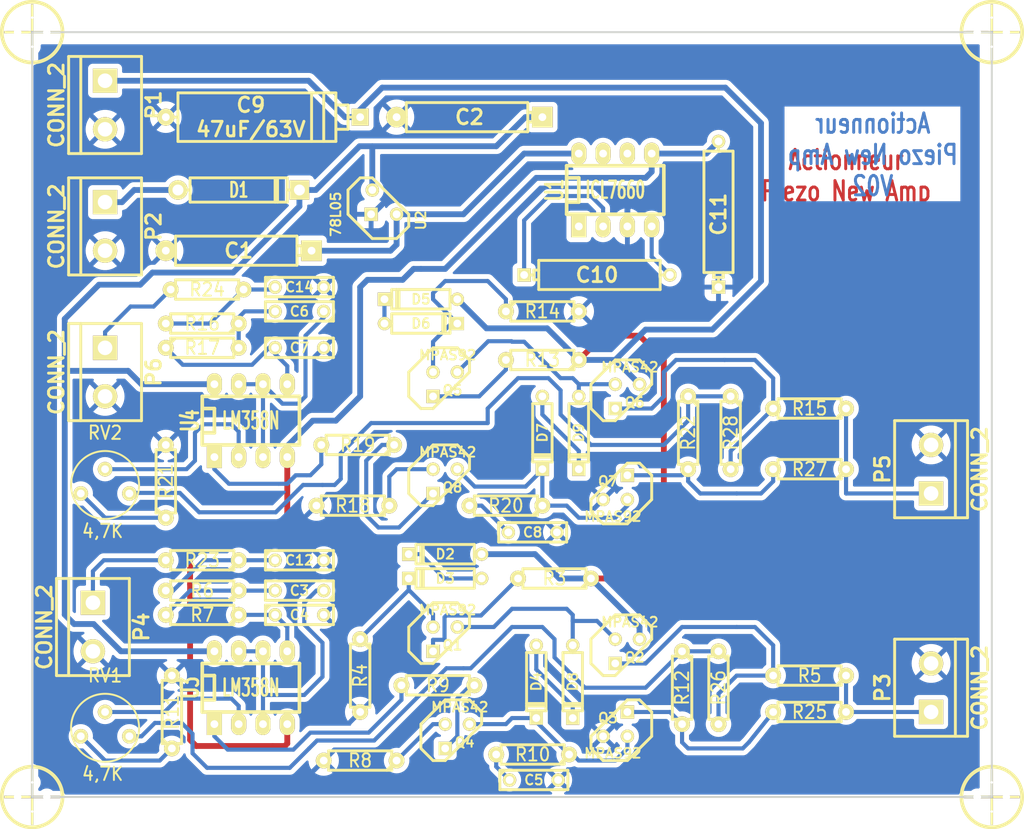
<source format=kicad_pcb>
(kicad_pcb (version 20221018) (generator pcbnew)
  (title_block (title "Actionneur_piezo"))
  (layers (0 "F.Cu" power "Composant") (31 "B.Cu" signal "Cuivre") (34 "B.Paste" user) (35 "F.Paste" user) (36 "B.SilkS" user "B.Silkscreen") (37 "F.SilkS" user "F.Silkscreen") (38 "B.Mask" user) (39 "F.Mask" user) (44 "Edge.Cuts" user))
  (net 0 "")
  (net 1 "+12V")
  (net 2 "-VAA")
  (net 3 "/12Vext")
  (net 4 "/ampli_h1")
  (net 5 "/ampli_h2")
  (net 6 "/ampli_h3")
  (net 7 "/ampli_h4")
  (net 8 "/ampli_h5")
  (net 9 "/ampli_h6")
  (net 10 "/ampli_h7")
  (net 11 "/ampli_h8")
  (net 12 "GND")
  (net 13 "HT")
  (net 14 "N-000005")
  (net 15 "N-000010")
  (net 16 "N-000011")
  (net 17 "N-000012")
  (net 18 "N-000013")
  (net 19 "N-000014")
  (net 20 "N-000015")
  (net 21 "N-000016")
  (net 22 "N-000017")
  (net 23 "N-000018")
  (net 24 "N-000019")
  (net 25 "N-000020")
  (net 26 "N-000021")
  (net 27 "N-000022")
  (net 28 "N-000023")
  (net 29 "N-000024")
  (net 30 "N-000025")
  (net 31 "N-000026")
  (net 32 "N-000027")
  (net 33 "N-000032")
  (net 34 "N-000033")
  (net 35 "N-000034")
  (net 36 "N-000035")
  (net 37 "N-000036")
  (net 38 "N-000037")
  (net 39 "N-000038")
  (net 40 "N-000039")
  (net 41 "N-000040")
  (net 42 "N-000041")
  (net 43 "N-000042")
  (net 44 "N-000043")
  (net 45 "N-000044")
  (net 46 "N-000045")
  (net 47 "N-000046")
  (net 48 "N-000047")
  (net 49 "N-000048")
  (net 50 "VCC")
  (footprint "bornier2" (layer "F.Cu") (at 95.885 59.436 -90)
    (fp_text reference "P1")
    (fp_text value "CONN_2")
  )
  (footprint "bornier2" (layer "F.Cu") (at 182.245 120.396 90)
    (fp_text reference "P3")
    (fp_text value "CONN_2")
  )
  (footprint "C2" (layer "F.Cu") (at 140.589 104.14)
    (fp_text reference "C8")
    (fp_text value "820pF" hide)
  )
  (footprint "C2" (layer "F.Cu") (at 116.205 112.776)
    (fp_text reference "C4")
    (fp_text value "4,7nF" hide)
  )
  (footprint "CP6" (layer "F.Cu") (at 133.985 60.706 180)
    (fp_text reference "C2")
    (fp_text value "47uF/20V" hide)
  )
  (footprint "CP8" (layer "F.Cu") (at 112.395 60.706 180)
    (fp_text reference "C9")
    (fp_text value "47uF/63V")
  )
  (footprint "C2" (layer "F.Cu") (at 140.716 130.048)
    (fp_text reference "C5")
    (fp_text value "820pF" hide)
  )
  (footprint "C2" (layer "F.Cu") (at 116.205 110.236 180)
    (fp_text reference "C3")
    (fp_text value "15nF" hide)
  )
  (footprint "C2" (layer "F.Cu") (at 116.205 81.026 180)
    (fp_text reference "C6")
    (fp_text value "15nF" hide)
  )
  (footprint "CP6" (layer "F.Cu") (at 109.855 74.676 180)
    (fp_text reference "C1")
    (fp_text value "47uF" hide)
  )
  (footprint "C2" (layer "F.Cu") (at 116.205 84.836)
    (fp_text reference "C7")
    (fp_text value "4,7nF" hide)
  )
  (footprint "D3" (layer "F.Cu") (at 128.905 82.296)
    (fp_text reference "D6")
    (fp_text value "1N4148" hide)
  )
  (footprint "D3" (layer "F.Cu") (at 140.97 119.761 -90)
    (fp_text reference "D4")
    (fp_text value "1N4148" hide)
  )
  (footprint "D3" (layer "F.Cu") (at 131.445 108.966 180)
    (fp_text reference "D3")
    (fp_text value "1N4148" hide)
  )
  (footprint "D3" (layer "F.Cu") (at 131.445 106.426 180)
    (fp_text reference "D2")
    (fp_text value "1N4148" hide)
  )
  (footprint "D5" (layer "F.Cu") (at 109.855 68.326)
    (fp_text reference "D1")
    (fp_text value "1N4007" hide)
  )
  (footprint "D3" (layer "F.Cu") (at 141.605 93.726 -90)
    (fp_text reference "D7")
    (fp_text value "1N4148" hide)
  )
  (footprint "D3" (layer "F.Cu") (at 128.905 79.756 180)
    (fp_text reference "D5")
    (fp_text value "1N4148" hide)
  )
  (footprint "LM78LXX" (layer "F.Cu") (at 125.095 69.596 90)
    (fp_text reference "U2")
    (fp_text value "78L05")
  )
  (footprint "R3-LARGE_PADS" (layer "F.Cu") (at 156.21 120.396 -90)
    (fp_text reference "R12")
    (fp_text value "220K" hide)
  )
  (footprint "R3-LARGE_PADS" (layer "F.Cu") (at 106.045 84.836)
    (fp_text reference "R17")
    (fp_text value "22K" hide)
  )
  (footprint "R3-LARGE_PADS" (layer "F.Cu") (at 142.875 108.966 180)
    (fp_text reference "R3")
    (fp_text value "470" hide)
  )
  (footprint "R3-LARGE_PADS" (layer "F.Cu") (at 121.793 101.346 180)
    (fp_text reference "R18")
    (fp_text value "1K" hide)
  )
  (footprint "R3-LARGE_PADS" (layer "F.Cu") (at 169.545 119.126 180)
    (fp_text reference "R5")
    (fp_text value "47" hide)
  )
  (footprint "R3-LARGE_PADS" (layer "F.Cu") (at 122.555 128.016 180)
    (fp_text reference "R8")
    (fp_text value "1K" hide)
  )
  (footprint "R3-LARGE_PADS" (layer "F.Cu") (at 141.605 86.106 180)
    (fp_text reference "R13")
    (fp_text value "470" hide)
  )
  (footprint "R3-LARGE_PADS" (layer "F.Cu") (at 156.845 93.726 -90)
    (fp_text reference "R22")
    (fp_text value "220K" hide)
  )
  (footprint "R3-LARGE_PADS" (layer "F.Cu") (at 102.87 122.936 90)
    (fp_text reference "R11")
    (fp_text value "4,7K" hide)
  )
  (footprint "R3-LARGE_PADS" (layer "F.Cu") (at 106.045 110.236 180)
    (fp_text reference "R6")
    (fp_text value "22K" hide)
  )
  (footprint "R3-LARGE_PADS" (layer "F.Cu") (at 102.235 98.806 90)
    (fp_text reference "R21")
    (fp_text value "4,7K" hide)
  )
  (footprint "R3-LARGE_PADS" (layer "F.Cu") (at 106.045 82.296 180)
    (fp_text reference "R16")
    (fp_text value "22K" hide)
  )
  (footprint "R3-LARGE_PADS" (layer "F.Cu") (at 122.301 94.996 180)
    (fp_text reference "R19")
    (fp_text value "1K" hide)
  )
  (footprint "R3-LARGE_PADS" (layer "F.Cu") (at 140.589 127.381 180)
    (fp_text reference "R10")
    (fp_text value "5,6K" hide)
  )
  (footprint "R3-LARGE_PADS" (layer "F.Cu") (at 137.795 101.346 180)
    (fp_text reference "R20")
    (fp_text value "5,6K" hide)
  )
  (footprint "R3-LARGE_PADS" (layer "F.Cu") (at 122.555 119.126 -90)
    (fp_text reference "R4")
    (fp_text value "220K" hide)
  )
  (footprint "R3-LARGE_PADS" (layer "F.Cu") (at 106.045 112.776 180)
    (fp_text reference "R7")
    (fp_text value "22K" hide)
  )
  (footprint "TO92-CBE" (layer "F.Cu") (at 149.225 124.206 180)
    (fp_text reference "Q3")
    (fp_text value "MPAS92")
  )
  (footprint "TO92-CBE" (layer "F.Cu") (at 131.445 88.646)
    (fp_text reference "Q5")
    (fp_text value "MPAS92")
  )
  (footprint "TO92-CBE" (layer "F.Cu") (at 149.225 99.441 180)
    (fp_text reference "Q7")
    (fp_text value "MPAS92")
  )
  (footprint "TO92-CBE" (layer "F.Cu") (at 150.495 89.916)
    (fp_text reference "Q6")
    (fp_text value "MPAS42")
  )
  (footprint "TO92-CBE" (layer "F.Cu") (at 131.445 115.316)
    (fp_text reference "Q1")
    (fp_text value "MPAS92")
  )
  (footprint "TO92-CBE" (layer "F.Cu") (at 150.495 116.586)
    (fp_text reference "Q2")
    (fp_text value "MPAS42")
  )
  (footprint "TO92-CBE" (layer "F.Cu") (at 132.715 125.476)
    (fp_text reference "Q4")
    (fp_text value "MPAS42")
  )
  (footprint "TO92-CBE" (layer "F.Cu") (at 131.445 98.806)
    (fp_text reference "Q8")
    (fp_text value "MPAS42")
  )
  (footprint "bornier2" (layer "F.Cu") (at 95.885 72.136 -90)
    (fp_text reference "P2")
    (fp_text value "CONN_2")
  )
  (footprint "DIP-8__300_ELL" (layer "F.Cu") (at 149.225 68.326)
    (fp_text reference "U1")
    (fp_text value "ICL7660")
  )
  (footprint "DIP-8__300_ELL" (layer "F.Cu") (at 111.125 92.456)
    (fp_text reference "U4")
    (fp_text value "LM358N")
  )
  (footprint "bornier2" (layer "F.Cu") (at 94.615 114.046 -90)
    (fp_text reference "P4")
    (fp_text value "CONN_2")
  )
  (footprint "bornier2" (layer "F.Cu") (at 182.245 97.536 90)
    (fp_text reference "P5")
    (fp_text value "CONN_2")
  )
  (footprint "bornier2" (layer "F.Cu") (at 95.885 87.376 -90)
    (fp_text reference "P6")
    (fp_text value "CONN_2")
  )
  (footprint "DIP-8__300_ELL" (layer "F.Cu") (at 111.125 120.396)
    (fp_text reference "U3")
    (fp_text value "LM358N")
  )
  (footprint "R3-LARGE_PADS" (layer "F.Cu") (at 130.683 120.142 180)
    (fp_text reference "R9")
    (fp_text value "1K" hide)
  )
  (footprint "R3-LARGE_PADS" (layer "F.Cu") (at 169.545 91.186 180)
    (fp_text reference "R15")
    (fp_text value "47" hide)
  )
  (footprint "RV2" (layer "F.Cu") (at 95.885 124.206)
    (fp_text reference "RV1")
    (fp_text value "4,7K")
  )
  (footprint "RV2" (layer "F.Cu") (at 95.885 98.806)
    (fp_text reference "RV2")
    (fp_text value "4,7K")
  )
  (footprint "MIRE" (layer "F.Cu") (at 188.595 51.816)
    (fp_text reference "MIRE" hide)
    (fp_text value "*" hide)
  )
  (footprint "MIRE" (layer "F.Cu") (at 88.265 51.816)
    (fp_text reference "MIRE" hide)
    (fp_text value "*" hide)
  )
  (footprint "MIRE" (layer "F.Cu") (at 88.265 131.826)
    (fp_text reference "MIRE" hide)
    (fp_text value "*" hide)
  )
  (footprint "MIRE" (layer "F.Cu") (at 188.595 131.826)
    (fp_text reference "MIRE" hide)
    (fp_text value "*" hide)
  )
  (footprint "CP6" (layer "F.Cu") (at 147.32 77.216)
    (fp_text reference "C10")
    (fp_text value "10uF" hide)
  )
  (footprint "CP6" (layer "F.Cu") (at 160.02 70.866 90)
    (fp_text reference "C11")
    (fp_text value "10uF" hide)
  )
  (footprint "R3-LARGE_PADS" (layer "F.Cu") (at 141.605 81.026)
    (fp_text reference "R14")
    (fp_text value "220K" hide)
  )
  (footprint "C2" (layer "F.Cu") (at 116.205 78.486)
    (fp_text reference "C14")
    (fp_text value "150nF" hide)
  )
  (footprint "C2" (layer "F.Cu") (at 116.205 107.061)
    (fp_text reference "C12")
    (fp_text value "150nF" hide)
  )
  (footprint "R3-LARGE_PADS" (layer "F.Cu") (at 106.045 107.061 180)
    (fp_text reference "R23")
    (fp_text value "1K" hide)
  )
  (footprint "R3-LARGE_PADS" (layer "F.Cu") (at 106.553 78.74 180)
    (fp_text reference "R24")
    (fp_text value "1K" hide)
  )
  (footprint "D3" (layer "F.Cu") (at 145.415 93.726 -90)
    (fp_text reference "D9")
    (fp_text value "1N4148" hide)
  )
  (footprint "D3" (layer "F.Cu") (at 144.78 119.761 -90)
    (fp_text reference "D8")
    (fp_text value "1N4148" hide)
  )
  (footprint "R3-LARGE_PADS" (layer "F.Cu") (at 169.545 122.936 180)
    (fp_text reference "R25")
    (fp_text value "47" hide)
  )
  (footprint "R3-LARGE_PADS" (layer "F.Cu") (at 160.02 120.396 -90)
    (fp_text reference "R26")
    (fp_text value "220K" hide)
  )
  (footprint "R3-LARGE_PADS" (layer "F.Cu") (at 169.545 97.536 180)
    (fp_text reference "R27")
    (fp_text value "47" hide)
  )
  (footprint "R3-LARGE_PADS" (layer "F.Cu") (at 161.29 93.726 -90)
    (fp_text reference "R28")
    (fp_text value "220K" hide)
  )
  (gr_line (start 88.265 131.826) (end 88.265 51.816) (stroke (width 0.2032)) (layer "Edge.Cuts"))
  (gr_line (start 88.265 51.816) (end 188.595 51.816) (stroke (width 0.2032)) (layer "Edge.Cuts"))
  (gr_line (start 188.595 51.816) (end 188.595 131.826) (stroke (width 0.2032)) (layer "Edge.Cuts"))
  (gr_line (start 188.595 131.826) (end 88.265 131.826) (stroke (width 0.2032)) (layer "Edge.Cuts"))
  (gr_text "Actionneur\nPiezo New Amp\nV02" (at 173.355 68.453) (layer "F.Cu") (effects (font (size 2.032 1.524) (thickness 0.3048))))
  (gr_text "Actionneur\nPiezo New Amp\nV02" (at 176.149 64.643) (layer "B.Cu") (effects (font (size 2.032 1.524) (thickness 0.3048)) (justify mirror)))
  (segment (start 91.6686 85.4837) (end 91.6686 81.8134) (width 0.6096) (layer "B.Cu") (net 1))
  (segment (start 92.64904 113.73358) (end 91.6686 112.75314) (width 0.6096) (layer "B.Cu") (net 1))
  (segment (start 117.91442 68.326) (end 122.4915 63.74892) (width 0.6096) (layer "B.Cu") (net 1))
  (segment (start 99.568 78.232) (end 100.838 76.962) (width 0.6096) (layer "B.Cu") (net 1))
  (segment (start 122.4915 63.74892) (end 123.825 63.74892) (width 0.6096) (layer "B.Cu") (net 1))
  (segment (start 123.825 68.326) (end 123.825 63.74892) (width 0.6096) (layer "B.Cu") (net 1))
  (segment (start 95.25 78.232) (end 99.568 78.232) (width 0.6096) (layer "B.Cu") (net 1))
  (segment (start 98.298 87.249) (end 99.695 88.646) (width 0.6096) (layer "B.Cu") (net 1))
  (segment (start 91.6686 87.249) (end 91.6686 85.4837) (width 0.6096) (layer "B.Cu") (net 1))
  (segment (start 116.205 68.326) (end 117.91442 68.326) (width 0.6096) (layer "B.Cu") (net 1))
  (segment (start 91.6686 87.249) (end 98.298 87.249) (width 0.6096) (layer "B.Cu") (net 1))
  (segment (start 107.315 116.586) (end 97.54108 116.586) (width 0.6096) (layer "B.Cu") (net 1))
  (segment (start 91.6686 112.75314) (end 91.6686 87.249) (width 0.6096) (layer "B.Cu") (net 1))
  (segment (start 99.695 88.646) (end 107.315 88.646) (width 0.6096) (layer "B.Cu") (net 1))
  (segment (start 116.205 68.326) (end 116.205 70.03542) (width 0.6096) (layer "B.Cu") (net 1))
  (segment (start 91.6686 81.8134) (end 95.25 78.232) (width 0.6096) (layer "B.Cu") (net 1))
  (segment (start 123.825 63.74892) (end 136.78916 63.74892) (width 0.6096) (layer "B.Cu") (net 1))
  (segment (start 136.78916 63.74892) (end 139.83208 60.706) (width 0.6096) (layer "B.Cu") (net 1))
  (segment (start 116.205 70.03542) (end 109.27842 76.962) (width 0.6096) (layer "B.Cu") (net 1))
  (segment (start 94.68866 113.73358) (end 92.64904 113.73358) (width 0.6096) (layer "B.Cu") (net 1))
  (segment (start 97.54108 116.586) (end 94.68866 113.73358) (width 0.6096) (layer "B.Cu") (net 1))
  (segment (start 100.838 76.962) (end 109.27842 76.962) (width 0.6096) (layer "B.Cu") (net 1))
  (segment (start 141.605 60.706) (end 139.83208 60.706) (width 0.6096) (layer "B.Cu") (net 1))
  (segment (start 114.935 126.238) (end 114.935 124.206) (width 0.6096) (layer "F.Cu") (net 2))
  (segment (start 114.935 102.362) (end 112.776 104.521) (width 0.6096) (layer "F.Cu") (net 2))
  (segment (start 112.776 104.521) (end 107.061 104.521) (width 0.6096) (layer "F.Cu") (net 2))
  (segment (start 113.411 126.492) (end 105.41 126.492) (width 0.6096) (layer "F.Cu") (net 2))
  (segment (start 114.935 102.108) (end 114.935 102.362) (width 0.6096) (layer "F.Cu") (net 2))
  (segment (start 113.411 126.492) (end 114.681 126.492) (width 0.6096) (layer "F.Cu") (net 2))
  (segment (start 104.775 106.807) (end 104.775 109.601) (width 0.6096) (layer "F.Cu") (net 2))
  (segment (start 114.681 126.492) (end 114.935 126.238) (width 0.6096) (layer "F.Cu") (net 2))
  (segment (start 105.41 126.492) (end 104.775 125.857) (width 0.6096) (layer "F.Cu") (net 2))
  (segment (start 107.061 104.521) (end 104.775 106.807) (width 0.6096) (layer "F.Cu") (net 2))
  (segment (start 104.775 109.601) (end 104.775 125.857) (width 0.6096) (layer "F.Cu") (net 2))
  (segment (start 114.935 96.266) (end 114.935 102.108) (width 0.6096) (layer "F.Cu") (net 2))
  (segment (start 114.935 96.266) (end 114.935 95.123) (width 0.6096) (layer "B.Cu") (net 2))
  (segment (start 128.905 76.581) (end 128.143 76.581) (width 0.6096) (layer "B.Cu") (net 2))
  (segment (start 153.035 64.516) (end 158.75 64.516) (width 0.6096) (layer "B.Cu") (net 2))
  (segment (start 140.97 67.056) (end 152.4 67.056) (width 0.6096) (layer "B.Cu") (net 2))
  (segment (start 131.445 76.581) (end 140.97 67.056) (width 0.6096) (layer "B.Cu") (net 2))
  (segment (start 114.935 95.123) (end 117.602 92.456) (width 0.6096) (layer "B.Cu") (net 2))
  (segment (start 122.555 89.916) (end 122.555 78.486) (width 0.6096) (layer "B.Cu") (net 2))
  (segment (start 117.602 92.456) (end 120.015 92.456) (width 0.6096) (layer "B.Cu") (net 2))
  (segment (start 153.035 66.421) (end 153.035 64.516) (width 0.6096) (layer "B.Cu") (net 2))
  (segment (start 158.75 64.516) (end 160.02 63.246) (width 0.6096) (layer "B.Cu") (net 2))
  (segment (start 128.143 76.581) (end 127 77.724) (width 0.6096) (layer "B.Cu") (net 2))
  (segment (start 123.317 77.724) (end 122.555 78.486) (width 0.6096) (layer "B.Cu") (net 2))
  (segment (start 128.905 76.581) (end 131.445 76.581) (width 0.6096) (layer "B.Cu") (net 2))
  (segment (start 152.4 67.056) (end 153.035 66.421) (width 0.6096) (layer "B.Cu") (net 2))
  (segment (start 127 77.724) (end 123.317 77.724) (width 0.6096) (layer "B.Cu") (net 2))
  (segment (start 120.015 92.456) (end 122.555 89.916) (width 0.6096) (layer "B.Cu") (net 2))
  (segment (start 98.92792 68.326) (end 97.65792 69.596) (width 0.6096) (layer "B.Cu") (net 3))
  (segment (start 95.885 69.596) (end 97.65792 69.596) (width 0.6096) (layer "B.Cu") (net 3))
  (segment (start 103.505 68.326) (end 98.92792 68.326) (width 0.6096) (layer "B.Cu") (net 3))
  (segment (start 116.713 111.506) (end 116.713 112.522) (width 0.4318) (layer "B.Cu") (net 4))
  (segment (start 118.745 110.236) (end 117.983 110.236) (width 0.4318) (layer "B.Cu") (net 4))
  (segment (start 118.618 119.253) (end 116.713 121.158) (width 0.4318) (layer "B.Cu") (net 4))
  (segment (start 117.983 110.236) (end 116.713 111.506) (width 0.4318) (layer "B.Cu") (net 4))
  (segment (start 116.713 113.792) (end 118.618 115.697) (width 0.4318) (layer "B.Cu") (net 4))
  (segment (start 112.395 116.586) (end 109.855 116.586) (width 0.4318) (layer "B.Cu") (net 4))
  (segment (start 116.713 121.158) (end 112.395 121.158) (width 0.4318) (layer "B.Cu") (net 4))
  (segment (start 112.395 121.158) (end 112.395 116.586) (width 0.4318) (layer "B.Cu") (net 4))
  (segment (start 116.713 112.522) (end 116.713 113.792) (width 0.4318) (layer "B.Cu") (net 4))
  (segment (start 112.395 124.206) (end 112.395 121.158) (width 0.4318) (layer "B.Cu") (net 4))
  (segment (start 118.618 115.697) (end 118.618 119.253) (width 0.4318) (layer "B.Cu") (net 4))
  (segment (start 118.745 81.026) (end 118.745 81.661) (width 0.4318) (layer "B.Cu") (net 5))
  (segment (start 114.427 90.678) (end 112.395 88.646) (width 0.4318) (layer "B.Cu") (net 5))
  (segment (start 116.078 90.678) (end 114.427 90.678) (width 0.4318) (layer "B.Cu") (net 5))
  (segment (start 118.745 81.661) (end 116.84 83.566) (width 0.4318) (layer "B.Cu") (net 5))
  (segment (start 116.84 89.916) (end 116.078 90.678) (width 0.4318) (layer "B.Cu") (net 5))
  (segment (start 112.395 88.646) (end 112.395 96.266) (width 0.4318) (layer "B.Cu") (net 5))
  (segment (start 109.855 88.646) (end 112.395 88.646) (width 0.4318) (layer "B.Cu") (net 5))
  (segment (start 116.84 83.566) (end 116.84 89.916) (width 0.4318) (layer "B.Cu") (net 5))
  (segment (start 173.355 122.936) (end 173.355 119.126) (width 0.4318) (layer "B.Cu") (net 6))
  (segment (start 173.355 122.936) (end 182.245 122.936) (width 0.4318) (layer "B.Cu") (net 6))
  (segment (start 94.615 111.506) (end 94.615 108.204) (width 0.4318) (layer "B.Cu") (net 7))
  (segment (start 94.615 108.204) (end 95.758 107.061) (width 0.4318) (layer "B.Cu") (net 7))
  (segment (start 95.758 107.061) (end 102.235 107.061) (width 0.4318) (layer "B.Cu") (net 7))
  (segment (start 173.355 100.076) (end 182.245 100.076) (width 0.4318) (layer "B.Cu") (net 8))
  (segment (start 173.355 97.536) (end 173.355 100.076) (width 0.4318) (layer "B.Cu") (net 8))
  (segment (start 173.355 97.536) (end 173.355 91.186) (width 0.4318) (layer "B.Cu") (net 8))
  (segment (start 98.552 80.518) (end 100.965 80.518) (width 0.4318) (layer "B.Cu") (net 9))
  (segment (start 95.885 83.185) (end 98.552 80.518) (width 0.4318) (layer "B.Cu") (net 9))
  (segment (start 100.965 80.518) (end 102.743 78.74) (width 0.4318) (layer "B.Cu") (net 9))
  (segment (start 95.885 84.836) (end 95.885 83.185) (width 0.4318) (layer "B.Cu") (net 9))
  (segment (start 138.43 114.046) (end 141.605 114.046) (width 0.4318) (layer "B.Cu") (net 10))
  (segment (start 134.112 118.364) (end 138.43 114.046) (width 0.4318) (layer "B.Cu") (net 10))
  (segment (start 141.605 114.046) (end 142.875 115.316) (width 0.4318) (layer "B.Cu") (net 10))
  (segment (start 105.029 125.222) (end 105.029 127.254) (width 0.4318) (layer "B.Cu") (net 10))
  (segment (start 124.0155 125.9205) (end 131.572 118.364) (width 0.4318) (layer "B.Cu") (net 10))
  (segment (start 124.0155 125.9205) (end 118.0465 125.9205) (width 0.4318) (layer "B.Cu") (net 10))
  (segment (start 98.425 125.476) (end 99.695 125.476) (width 0.4318) (layer "B.Cu") (net 10))
  (segment (start 118.0465 125.9205) (end 117.221 126.746) (width 0.4318) (layer "B.Cu") (net 10))
  (segment (start 115.189 128.778) (end 106.553 128.778) (width 0.4318) (layer "B.Cu") (net 10))
  (segment (start 106.553 128.778) (end 105.029 127.254) (width 0.4318) (layer "B.Cu") (net 10))
  (segment (start 160.02 116.586) (end 156.21 116.586) (width 0.4318) (layer "B.Cu") (net 10))
  (segment (start 117.221 126.746) (end 115.189 128.778) (width 0.4318) (layer "B.Cu") (net 10))
  (segment (start 133.35 118.364) (end 134.112 118.364) (width 0.4318) (layer "B.Cu") (net 10))
  (segment (start 101.092 124.079) (end 103.886 124.079) (width 0.4318) (layer "B.Cu") (net 10))
  (segment (start 142.875 115.316) (end 142.875 117.221) (width 0.4318) (layer "B.Cu") (net 10))
  (segment (start 99.695 125.476) (end 101.092 124.079) (width 0.4318) (layer "B.Cu") (net 10))
  (segment (start 152.4 120.396) (end 146.05 120.396) (width 0.4318) (layer "B.Cu") (net 10))
  (segment (start 152.4 120.396) (end 156.21 116.586) (width 0.4318) (layer "B.Cu") (net 10))
  (segment (start 103.886 124.079) (end 105.029 125.222) (width 0.4318) (layer "B.Cu") (net 10))
  (segment (start 142.875 117.221) (end 146.05 120.396) (width 0.4318) (layer "B.Cu") (net 10))
  (segment (start 131.572 118.364) (end 133.35 118.364) (width 0.4318) (layer "B.Cu") (net 10))
  (segment (start 143.51 89.281) (end 143.51 91.821) (width 0.4318) (layer "B.Cu") (net 11))
  (segment (start 105.7275 102.0445) (end 113.7285 102.0445) (width 0.4318) (layer "B.Cu") (net 11))
  (segment (start 120.523 95.885) (end 120.523 98.552) (width 0.4318) (layer "B.Cu") (net 11))
  (segment (start 139.065 88.011) (end 142.24 88.011) (width 0.4318) (layer "B.Cu") (net 11))
  (segment (start 154.305 94.996) (end 146.685 94.996) (width 0.4318) (layer "B.Cu") (net 11))
  (segment (start 113.7285 102.0445) (end 116.078 99.695) (width 0.4318) (layer "B.Cu") (net 11))
  (segment (start 135.89 92.71) (end 135.89 91.186) (width 0.4318) (layer "B.Cu") (net 11))
  (segment (start 98.48596 100.01504) (end 103.69804 100.01504) (width 0.4318) (layer "B.Cu") (net 11))
  (segment (start 156.845 89.916) (end 161.29 89.916) (width 0.4318) (layer "B.Cu") (net 11))
  (segment (start 123.698 92.71) (end 120.523 95.885) (width 0.4318) (layer "B.Cu") (net 11))
  (segment (start 116.586 99.187) (end 116.078 99.695) (width 0.4318) (layer "B.Cu") (net 11))
  (segment (start 118.618 99.187) (end 119.888 99.187) (width 0.4318) (layer "B.Cu") (net 11))
  (segment (start 135.89 92.71) (end 123.698 92.71) (width 0.4318) (layer "B.Cu") (net 11))
  (segment (start 105.7275 102.0445) (end 103.69804 100.01504) (width 0.4318) (layer "B.Cu") (net 11))
  (segment (start 119.888 99.187) (end 120.523 98.552) (width 0.4318) (layer "B.Cu") (net 11))
  (segment (start 118.618 99.187) (end 116.586 99.187) (width 0.4318) (layer "B.Cu") (net 11))
  (segment (start 156.845 92.456) (end 154.305 94.996) (width 0.4318) (layer "B.Cu") (net 11))
  (segment (start 156.845 89.916) (end 156.845 92.456) (width 0.4318) (layer "B.Cu") (net 11))
  (segment (start 143.51 91.821) (end 146.685 94.996) (width 0.4318) (layer "B.Cu") (net 11))
  (segment (start 135.89 91.186) (end 139.065 88.011) (width 0.4318) (layer "B.Cu") (net 11))
  (segment (start 142.24 88.011) (end 143.51 89.281) (width 0.4318) (layer "B.Cu") (net 11))
  (segment (start 98.425 100.076) (end 98.48596 100.01504) (width 0.4318) (layer "B.Cu") (net 11))
  (segment (start 151.765 68.961) (end 156.21 68.961) (width 0.6096) (layer "B.Cu") (net 12))
  (segment (start 150.495 72.136) (end 150.495 70.231) (width 0.6096) (layer "B.Cu") (net 12))
  (segment (start 150.495 70.231) (end 151.765 68.961) (width 0.6096) (layer "B.Cu") (net 12))
  (segment (start 160.02 72.771) (end 160.02 78.486) (width 0.6096) (layer "B.Cu") (net 12))
  (segment (start 123.825 70.866) (end 125.73 68.961) (width 0.6096) (layer "B.Cu") (net 12))
  (segment (start 156.21 68.961) (end 160.02 72.771) (width 0.6096) (layer "B.Cu") (net 12))
  (segment (start 123.698 70.866) (end 123.825 70.866) (width 0.6096) (layer "B.Cu") (net 12))
  (segment (start 151.765 108.966) (end 146.685 108.966) (width 0.6096) (layer "F.Cu") (net 13))
  (segment (start 154.305 86.106) (end 154.305 106.426) (width 0.6096) (layer "F.Cu") (net 13))
  (segment (start 154.305 106.426) (end 151.765 108.966) (width 0.6096) (layer "F.Cu") (net 13))
  (segment (start 147.955 83.566) (end 151.765 83.566) (width 0.6096) (layer "F.Cu") (net 13))
  (segment (start 151.765 83.566) (end 154.305 86.106) (width 0.6096) (layer "F.Cu") (net 13))
  (segment (start 145.415 86.106) (end 147.955 83.566) (width 0.6096) (layer "F.Cu") (net 13))
  (segment (start 142.11046 82.80146) (end 145.415 86.106) (width 0.6096) (layer "B.Cu") (net 13))
  (segment (start 121.76506 60.706) (end 120.97258 60.706) (width 0.6096) (layer "B.Cu") (net 13))
  (segment (start 146.685 108.966) (end 150.93696 113.21542) (width 0.6096) (layer "B.Cu") (net 13))
  (segment (start 132.715 79.756) (end 135.76046 82.80146) (width 0.6096) (layer "B.Cu") (net 13))
  (segment (start 151.765 88.646) (end 149.225 86.106) (width 0.6096) (layer "B.Cu") (net 13))
  (segment (start 122.555 60.706) (end 121.76506 60.706) (width 0.6096) (layer "B.Cu") (net 13))
  (segment (start 120.97258 60.706) (end 117.16258 56.896) (width 0.6096) (layer "B.Cu") (net 13))
  (segment (start 164.465 77.851) (end 159.385 82.931) (width 0.6096) (layer "B.Cu") (net 13))
  (segment (start 117.16258 56.896) (end 95.885 56.896) (width 0.6096) (layer "B.Cu") (net 13))
  (segment (start 152.4 82.931) (end 149.225 86.106) (width 0.6096) (layer "B.Cu") (net 13))
  (segment (start 151.765 114.04854) (end 150.93696 113.21542) (width 0.6096) (layer "B.Cu") (net 13))
  (segment (start 159.385 82.931) (end 152.4 82.931) (width 0.6096) (layer "B.Cu") (net 13))
  (segment (start 124.8537 57.61736) (end 160.74136 57.61736) (width 0.6096) (layer "B.Cu") (net 13))
  (segment (start 151.765 115.316) (end 151.765 114.04854) (width 0.6096) (layer "B.Cu") (net 13))
  (segment (start 143.383 108.966) (end 146.685 108.966) (width 0.6096) (layer "B.Cu") (net 13))
  (segment (start 135.255 106.426) (end 140.716 106.426) (width 0.6096) (layer "B.Cu") (net 13))
  (segment (start 121.76506 60.706) (end 124.8537 57.61736) (width 0.6096) (layer "B.Cu") (net 13))
  (segment (start 149.225 86.106) (end 145.415 86.106) (width 0.6096) (layer "B.Cu") (net 13))
  (segment (start 140.843 106.426) (end 143.383 108.966) (width 0.6096) (layer "B.Cu") (net 13))
  (segment (start 160.74136 57.61736) (end 164.465 61.341) (width 0.6096) (layer "B.Cu") (net 13))
  (segment (start 164.465 61.341) (end 164.465 77.851) (width 0.6096) (layer "B.Cu") (net 13))
  (segment (start 135.76046 82.80146) (end 142.11046 82.80146) (width 0.6096) (layer "B.Cu") (net 13))
  (segment (start 140.716 106.426) (end 140.843 106.426) (width 0.6096) (layer "B.Cu") (net 13))
  (segment (start 153.035 72.136) (end 153.035 75.311) (width 0.4318) (layer "B.Cu") (net 14))
  (segment (start 153.035 75.311) (end 154.94 77.216) (width 0.4318) (layer "B.Cu") (net 14))
  (segment (start 142.24 68.961) (end 146.685 68.961) (width 0.4318) (layer "B.Cu") (net 15))
  (segment (start 139.7 77.216) (end 139.7 71.501) (width 0.4318) (layer "B.Cu") (net 15))
  (segment (start 139.7 71.501) (end 142.24 68.961) (width 0.4318) (layer "B.Cu") (net 15))
  (segment (start 146.685 68.961) (end 147.955 70.231) (width 0.4318) (layer "B.Cu") (net 15))
  (segment (start 147.955 70.231) (end 147.955 72.136) (width 0.4318) (layer "B.Cu") (net 15))
  (segment (start 134.112 120.142) (end 132.715 121.539) (width 0.4318) (layer "B.Cu") (net 16))
  (segment (start 134.493 120.142) (end 134.112 120.142) (width 0.4318) (layer "B.Cu") (net 16))
  (segment (start 132.715 121.539) (end 132.715 125.476) (width 0.4318) (layer "B.Cu") (net 16))
  (segment (start 132.715 125.476) (end 131.445 126.746) (width 0.4318) (layer "B.Cu") (net 16))
  (segment (start 127.635 106.426) (end 128.83642 106.426) (width 0.4318) (layer "B.Cu") (net 17))
  (segment (start 135.255 108.966) (end 131.37642 108.966) (width 0.4318) (layer "B.Cu") (net 17))
  (segment (start 131.37642 108.966) (end 128.83642 106.426) (width 0.4318) (layer "B.Cu") (net 17))
  (segment (start 104.775 110.236) (end 109.855 110.236) (width 0.4318) (layer "B.Cu") (net 18))
  (segment (start 102.235 112.776) (end 104.775 110.236) (width 0.4318) (layer "B.Cu") (net 18))
  (segment (start 113.665 110.236) (end 109.855 110.236) (width 0.4318) (layer "B.Cu") (net 18))
  (segment (start 102.997 110.236) (end 106.172 107.061) (width 0.4318) (layer "B.Cu") (net 19))
  (segment (start 109.855 107.061) (end 113.665 107.061) (width 0.4318) (layer "B.Cu") (net 19))
  (segment (start 102.235 110.236) (end 102.997 110.236) (width 0.4318) (layer "B.Cu") (net 19))
  (segment (start 106.172 107.061) (end 109.855 107.061) (width 0.4318) (layer "B.Cu") (net 19))
  (segment (start 136.779 128.651) (end 138.176 130.048) (width 0.4318) (layer "B.Cu") (net 20))
  (segment (start 136.779 127.381) (end 136.779 128.651) (width 0.4318) (layer "B.Cu") (net 20))
  (segment (start 165.735 115.951) (end 163.83 114.046) (width 0.4318) (layer "B.Cu") (net 21))
  (segment (start 156.21 114.046) (end 152.4 117.856) (width 0.4318) (layer "B.Cu") (net 21))
  (segment (start 152.4 117.856) (end 149.225 117.856) (width 0.4318) (layer "B.Cu") (net 21))
  (segment (start 161.925 119.126) (end 165.735 119.126) (width 0.4318) (layer "B.Cu") (net 21))
  (segment (start 161.925 114.046) (end 156.21 114.046) (width 0.4318) (layer "B.Cu") (net 21))
  (segment (start 165.735 119.126) (end 165.735 115.951) (width 0.4318) (layer "B.Cu") (net 21))
  (segment (start 160.02 121.031) (end 161.925 119.126) (width 0.4318) (layer "B.Cu") (net 21))
  (segment (start 160.02 124.206) (end 160.02 121.031) (width 0.4318) (layer "B.Cu") (net 21))
  (segment (start 163.83 114.046) (end 161.925 114.046) (width 0.4318) (layer "B.Cu") (net 21))
  (segment (start 162.56 126.746) (end 163.195 126.111) (width 0.4318) (layer "B.Cu") (net 22))
  (segment (start 156.845 126.746) (end 162.56 126.746) (width 0.4318) (layer "B.Cu") (net 22))
  (segment (start 156.21 124.206) (end 156.21 126.111) (width 0.4318) (layer "B.Cu") (net 22))
  (segment (start 154.94 122.936) (end 156.21 124.206) (width 0.4318) (layer "B.Cu") (net 22))
  (segment (start 150.495 122.936) (end 154.94 122.936) (width 0.4318) (layer "B.Cu") (net 22))
  (segment (start 163.195 126.111) (end 165.735 122.936) (width 0.4318) (layer "B.Cu") (net 22))
  (segment (start 156.21 126.111) (end 156.845 126.746) (width 0.4318) (layer "B.Cu") (net 22))
  (segment (start 102.87 126.746) (end 101.6 128.016) (width 0.4318) (layer "B.Cu") (net 23))
  (segment (start 93.345 125.476) (end 95.885 128.016) (width 0.4318) (layer "B.Cu") (net 23))
  (segment (start 95.885 128.016) (end 101.6 128.016) (width 0.4318) (layer "B.Cu") (net 23))
  (segment (start 127.635 110.16742) (end 130.175 112.70742) (width 0.4318) (layer "B.Cu") (net 24))
  (segment (start 122.555 115.24742) (end 127.635 110.16742) (width 0.4318) (layer "B.Cu") (net 24))
  (segment (start 122.555 115.316) (end 122.555 115.24742) (width 0.4318) (layer "B.Cu") (net 24))
  (segment (start 130.175 112.70742) (end 130.175 114.046) (width 0.4318) (layer "B.Cu") (net 24))
  (segment (start 127.635 108.966) (end 127.635 110.16742) (width 0.4318) (layer "B.Cu") (net 24))
  (segment (start 130.175 124.206) (end 131.445 124.206) (width 0.4318) (layer "B.Cu") (net 25))
  (segment (start 126.365 128.016) (end 130.175 124.206) (width 0.4318) (layer "B.Cu") (net 25))
  (segment (start 115.57 126.873) (end 108.712 126.873) (width 0.4318) (layer "B.Cu") (net 26))
  (segment (start 117.348 125.095) (end 123.444 125.095) (width 0.4318) (layer "B.Cu") (net 26))
  (segment (start 116.5225 125.9205) (end 115.57 126.873) (width 0.4318) (layer "B.Cu") (net 26))
  (segment (start 126.873 121.666) (end 126.873 120.142) (width 0.4318) (layer "B.Cu") (net 26))
  (segment (start 116.5225 125.9205) (end 117.348 125.095) (width 0.4318) (layer "B.Cu") (net 26))
  (segment (start 123.444 125.095) (end 126.873 121.666) (width 0.4318) (layer "B.Cu") (net 26))
  (segment (start 108.712 126.873) (end 107.315 125.476) (width 0.4318) (layer "B.Cu") (net 26))
  (segment (start 107.315 125.476) (end 107.315 124.206) (width 0.4318) (layer "B.Cu") (net 26))
  (segment (start 95.885 122.936) (end 102.108 122.936) (width 0.4318) (layer "B.Cu") (net 27))
  (segment (start 109.093 121.539) (end 109.855 122.301) (width 0.4318) (layer "B.Cu") (net 27))
  (segment (start 102.108 122.936) (end 103.505 121.539) (width 0.4318) (layer "B.Cu") (net 27))
  (segment (start 109.855 122.301) (end 109.855 124.206) (width 0.4318) (layer "B.Cu") (net 27))
  (segment (start 103.505 121.539) (end 109.093 121.539) (width 0.4318) (layer "B.Cu") (net 27))
  (segment (start 144.78 122.301) (end 144.78 123.571) (width 0.4318) (layer "B.Cu") (net 28))
  (segment (start 140.97 118.491) (end 144.78 122.301) (width 0.4318) (layer "B.Cu") (net 28))
  (segment (start 140.97 115.951) (end 140.97 118.491) (width 0.4318) (layer "B.Cu") (net 28))
  (segment (start 109.855 112.776) (end 113.665 112.776) (width 0.4318) (layer "B.Cu") (net 29))
  (segment (start 114.935 114.046) (end 114.935 116.586) (width 0.4318) (layer "B.Cu") (net 29))
  (segment (start 113.665 112.776) (end 114.935 114.046) (width 0.4318) (layer "B.Cu") (net 29))
  (segment (start 149.225 128.016) (end 150.495 126.746) (width 0.4318) (layer "B.Cu") (net 30))
  (segment (start 140.97 123.952) (end 144.399 127.381) (width 0.4318) (layer "B.Cu") (net 30))
  (segment (start 133.985 124.206) (end 137.795 124.206) (width 0.4318) (layer "B.Cu") (net 30))
  (segment (start 138.43 123.571) (end 140.97 123.571) (width 0.4318) (layer "B.Cu") (net 30))
  (segment (start 150.495 126.746) (end 150.495 125.476) (width 0.4318) (layer "B.Cu") (net 30))
  (segment (start 144.78 127.381) (end 145.415 128.016) (width 0.4318) (layer "B.Cu") (net 30))
  (segment (start 140.97 123.571) (end 140.97 123.952) (width 0.4318) (layer "B.Cu") (net 30))
  (segment (start 144.399 127.381) (end 144.78 127.381) (width 0.4318) (layer "B.Cu") (net 30))
  (segment (start 137.795 124.206) (end 138.43 123.571) (width 0.4318) (layer "B.Cu") (net 30))
  (segment (start 145.415 128.016) (end 149.225 128.016) (width 0.4318) (layer "B.Cu") (net 30))
  (segment (start 136.525 114.046) (end 132.715 114.046) (width 0.4318) (layer "B.Cu") (net 31))
  (segment (start 144.78 113.411) (end 144.78 112.776) (width 0.4318) (layer "B.Cu") (net 31))
  (segment (start 144.78 115.951) (end 144.78 113.411) (width 0.4318) (layer "B.Cu") (net 31))
  (segment (start 149.225 115.316) (end 147.32 113.411) (width 0.4318) (layer "B.Cu") (net 31))
  (segment (start 147.32 113.411) (end 144.78 113.411) (width 0.4318) (layer "B.Cu") (net 31))
  (segment (start 138.43 112.141) (end 136.525 114.046) (width 0.4318) (layer "B.Cu") (net 31))
  (segment (start 144.145 112.141) (end 138.43 112.141) (width 0.4318) (layer "B.Cu") (net 31))
  (segment (start 144.78 112.776) (end 144.145 112.141) (width 0.4318) (layer "B.Cu") (net 31))
  (segment (start 131.37642 113.03254) (end 131.56692 112.84204) (width 0.4318) (layer "B.Cu") (net 32))
  (segment (start 130.175 115.38458) (end 131.2545 115.38458) (width 0.4318) (layer "B.Cu") (net 32))
  (segment (start 131.56692 112.84204) (end 135.18896 112.84204) (width 0.4318) (layer "B.Cu") (net 32))
  (segment (start 130.175 116.586) (end 130.175 115.38458) (width 0.4318) (layer "B.Cu") (net 32))
  (segment (start 135.18896 112.84204) (end 139.065 108.966) (width 0.4318) (layer "B.Cu") (net 32))
  (segment (start 131.37642 115.26266) (end 131.37642 113.03254) (width 0.4318) (layer "B.Cu") (net 32))
  (segment (start 131.2545 115.38458) (end 131.37642 115.26266) (width 0.4318) (layer "B.Cu") (net 32))
  (segment (start 124.46 103.632) (end 126.619 103.632) (width 0.4318) (layer "B.Cu") (net 33))
  (segment (start 126.619 103.632) (end 130.175 100.076) (width 0.4318) (layer "B.Cu") (net 33))
  (segment (start 124.841 94.996) (end 123.19 96.647) (width 0.4318) (layer "B.Cu") (net 33))
  (segment (start 123.19 96.647) (end 123.19 102.362) (width 0.4318) (layer "B.Cu") (net 33))
  (segment (start 123.19 102.362) (end 124.46 103.632) (width 0.4318) (layer "B.Cu") (net 33))
  (segment (start 126.111 94.996) (end 124.841 94.996) (width 0.4318) (layer "B.Cu") (net 33))
  (segment (start 125.095 79.756) (end 125.095 82.296) (width 0.4318) (layer "B.Cu") (net 34))
  (segment (start 110.49 81.026) (end 113.665 81.026) (width 0.4318) (layer "B.Cu") (net 35))
  (segment (start 109.855 82.296) (end 109.855 81.661) (width 0.4318) (layer "B.Cu") (net 35))
  (segment (start 109.855 81.661) (end 110.49 81.026) (width 0.4318) (layer "B.Cu") (net 35))
  (segment (start 109.855 84.836) (end 109.855 82.296) (width 0.4318) (layer "B.Cu") (net 35))
  (segment (start 113.411 78.74) (end 113.665 78.486) (width 0.4318) (layer "B.Cu") (net 36))
  (segment (start 102.235 82.296) (end 106.807 82.296) (width 0.4318) (layer "B.Cu") (net 36))
  (segment (start 106.807 82.296) (end 110.363 78.74) (width 0.4318) (layer "B.Cu") (net 36))
  (segment (start 110.363 78.74) (end 113.411 78.74) (width 0.4318) (layer "B.Cu") (net 36))
  (segment (start 133.985 101.346) (end 135.255 101.346) (width 0.4318) (layer "B.Cu") (net 37))
  (segment (start 135.255 101.346) (end 138.049 104.14) (width 0.4318) (layer "B.Cu") (net 37))
  (segment (start 161.29 95.631) (end 165.735 91.186) (width 0.4318) (layer "B.Cu") (net 38))
  (segment (start 161.29 97.536) (end 161.29 95.631) (width 0.4318) (layer "B.Cu") (net 38))
  (segment (start 149.225 91.186) (end 153.035 91.186) (width 0.4318) (layer "B.Cu") (net 38))
  (segment (start 154.305 89.916) (end 154.305 87.376) (width 0.4318) (layer "B.Cu") (net 38))
  (segment (start 154.305 89.916) (end 153.035 91.186) (width 0.4318) (layer "B.Cu") (net 38))
  (segment (start 165.735 91.186) (end 165.735 88.011) (width 0.4318) (layer "B.Cu") (net 38))
  (segment (start 165.735 88.011) (end 163.83 86.106) (width 0.4318) (layer "B.Cu") (net 38))
  (segment (start 154.305 87.376) (end 155.575 86.106) (width 0.4318) (layer "B.Cu") (net 38))
  (segment (start 163.83 86.106) (end 160.655 86.106) (width 0.4318) (layer "B.Cu") (net 38))
  (segment (start 155.575 86.106) (end 160.655 86.106) (width 0.4318) (layer "B.Cu") (net 38))
  (segment (start 156.845 97.536) (end 156.845 98.806) (width 0.4318) (layer "B.Cu") (net 39))
  (segment (start 165.735 98.806) (end 164.465 100.076) (width 0.4318) (layer "B.Cu") (net 39))
  (segment (start 158.115 100.076) (end 161.925 100.076) (width 0.4318) (layer "B.Cu") (net 39))
  (segment (start 165.735 97.536) (end 165.735 98.806) (width 0.4318) (layer "B.Cu") (net 39))
  (segment (start 164.465 100.076) (end 161.925 100.076) (width 0.4318) (layer "B.Cu") (net 39))
  (segment (start 156.21 98.171) (end 156.845 97.536) (width 0.4318) (layer "B.Cu") (net 39))
  (segment (start 156.845 98.806) (end 158.115 100.076) (width 0.4318) (layer "B.Cu") (net 39))
  (segment (start 150.495 98.171) (end 156.21 98.171) (width 0.4318) (layer "B.Cu") (net 39))
  (segment (start 93.345 100.076) (end 95.885 102.616) (width 0.4318) (layer "B.Cu") (net 40))
  (segment (start 95.885 102.616) (end 102.235 102.616) (width 0.4318) (layer "B.Cu") (net 40))
  (segment (start 132.715 82.296) (end 132.08 82.296) (width 0.4318) (layer "B.Cu") (net 41))
  (segment (start 130.175 79.756) (end 132.715 82.296) (width 0.4318) (layer "B.Cu") (net 41))
  (segment (start 135.89 77.851) (end 131.445 77.851) (width 0.4318) (layer "B.Cu") (net 41))
  (segment (start 130.175 84.201) (end 130.175 87.376) (width 0.4318) (layer "B.Cu") (net 41))
  (segment (start 137.795 81.026) (end 137.795 79.756) (width 0.4318) (layer "B.Cu") (net 41))
  (segment (start 132.08 82.296) (end 130.175 84.201) (width 0.4318) (layer "B.Cu") (net 41))
  (segment (start 131.445 77.851) (end 130.175 79.121) (width 0.4318) (layer "B.Cu") (net 41))
  (segment (start 130.175 79.121) (end 130.175 79.756) (width 0.4318) (layer "B.Cu") (net 41))
  (segment (start 137.795 79.756) (end 135.89 77.851) (width 0.4318) (layer "B.Cu") (net 41))
  (segment (start 126.365 97.536) (end 125.603 98.298) (width 0.4318) (layer "B.Cu") (net 42))
  (segment (start 125.603 98.298) (end 125.603 101.346) (width 0.4318) (layer "B.Cu") (net 42))
  (segment (start 130.175 97.536) (end 126.365 97.536) (width 0.4318) (layer "B.Cu") (net 42))
  (segment (start 116.967 98.171) (end 115.824 98.171) (width 0.4318) (layer "B.Cu") (net 43))
  (segment (start 107.315 97.536) (end 108.839 99.06) (width 0.4318) (layer "B.Cu") (net 43))
  (segment (start 114.046 99.06) (end 114.935 99.06) (width 0.4318) (layer "B.Cu") (net 43))
  (segment (start 114.935 99.06) (end 115.824 98.171) (width 0.4318) (layer "B.Cu") (net 43))
  (segment (start 115.824 98.171) (end 114.935 99.06) (width 0.4318) (layer "B.Cu") (net 43))
  (segment (start 107.315 96.266) (end 107.315 97.536) (width 0.4318) (layer "B.Cu") (net 43))
  (segment (start 108.839 99.06) (end 114.046 99.06) (width 0.4318) (layer "B.Cu") (net 43))
  (segment (start 117.348 98.171) (end 118.491 97.028) (width 0.4318) (layer "B.Cu") (net 43))
  (segment (start 116.967 98.171) (end 117.348 98.171) (width 0.4318) (layer "B.Cu") (net 43))
  (segment (start 118.491 97.028) (end 118.491 94.996) (width 0.4318) (layer "B.Cu") (net 43))
  (segment (start 109.855 93.599) (end 109.855 96.266) (width 0.4318) (layer "B.Cu") (net 44))
  (segment (start 104.394 97.536) (end 105.283 96.647) (width 0.4318) (layer "B.Cu") (net 44))
  (segment (start 106.172 92.837) (end 109.093 92.837) (width 0.4318) (layer "B.Cu") (net 44))
  (segment (start 105.283 93.726) (end 106.172 92.837) (width 0.4318) (layer "B.Cu") (net 44))
  (segment (start 109.093 92.837) (end 109.855 93.599) (width 0.4318) (layer "B.Cu") (net 44))
  (segment (start 95.885 97.536) (end 104.394 97.536) (width 0.4318) (layer "B.Cu") (net 44))
  (segment (start 105.283 96.647) (end 105.283 93.726) (width 0.4318) (layer "B.Cu") (net 44))
  (segment (start 141.605 91.821) (end 145.415 95.631) (width 0.4318) (layer "B.Cu") (net 45))
  (segment (start 141.605 89.916) (end 141.605 91.821) (width 0.4318) (layer "B.Cu") (net 45))
  (segment (start 145.415 95.631) (end 145.415 97.536) (width 0.4318) (layer "B.Cu") (net 45))
  (segment (start 114.935 86.741) (end 114.935 88.646) (width 0.4318) (layer "B.Cu") (net 46))
  (segment (start 113.03 84.836) (end 111.252 86.614) (width 0.4318) (layer "B.Cu") (net 46))
  (segment (start 113.665 84.836) (end 113.665 85.471) (width 0.4318) (layer "B.Cu") (net 46))
  (segment (start 113.665 84.836) (end 113.03 84.836) (width 0.4318) (layer "B.Cu") (net 46))
  (segment (start 111.252 86.614) (end 104.013 86.614) (width 0.4318) (layer "B.Cu") (net 46))
  (segment (start 104.013 86.614) (end 102.235 84.836) (width 0.4318) (layer "B.Cu") (net 46))
  (segment (start 113.665 85.471) (end 114.935 86.741) (width 0.4318) (layer "B.Cu") (net 46))
  (segment (start 141.67358 97.536) (end 139.85494 99.35464) (width 0.4318) (layer "B.Cu") (net 47))
  (segment (start 149.225 102.616) (end 145.415 102.616) (width 0.4318) (layer "B.Cu") (net 47))
  (segment (start 145.415 102.616) (end 144.145 101.346) (width 0.4318) (layer "B.Cu") (net 47))
  (segment (start 144.145 101.346) (end 141.605 101.346) (width 0.4318) (layer "B.Cu") (net 47))
  (segment (start 139.85494 99.35464) (end 134.53364 99.35464) (width 0.4318) (layer "B.Cu") (net 47))
  (segment (start 141.605 97.536) (end 141.605 101.346) (width 0.4318) (layer "B.Cu") (net 47))
  (segment (start 141.605 97.536) (end 141.67358 97.536) (width 0.4318) (layer "B.Cu") (net 47))
  (segment (start 134.53364 99.35464) (end 132.715 97.536) (width 0.4318) (layer "B.Cu") (net 47))
  (segment (start 150.495 101.346) (end 149.225 102.616) (width 0.4318) (layer "B.Cu") (net 47))
  (segment (start 150.495 100.711) (end 150.495 101.346) (width 0.4318) (layer "B.Cu") (net 47))
  (segment (start 145.415 88.646) (end 144.78 88.011) (width 0.4318) (layer "B.Cu") (net 48))
  (segment (start 135.94334 84.14766) (end 132.715 87.376) (width 0.4318) (layer "B.Cu") (net 48))
  (segment (start 143.51 88.011) (end 139.7 84.201) (width 0.4318) (layer "B.Cu") (net 48))
  (segment (start 145.415 89.916) (end 145.415 88.646) (width 0.4318) (layer "B.Cu") (net 48))
  (segment (start 138.37666 84.14766) (end 135.94334 84.14766) (width 0.4318) (layer "B.Cu") (net 48))
  (segment (start 145.415 88.646) (end 149.225 88.646) (width 0.4318) (layer "B.Cu") (net 48))
  (segment (start 144.78 88.011) (end 143.51 88.011) (width 0.4318) (layer "B.Cu") (net 48))
  (segment (start 139.7 84.201) (end 138.43 84.201) (width 0.4318) (layer "B.Cu") (net 48))
  (segment (start 138.43 84.201) (end 138.37666 84.14766) (width 0.4318) (layer "B.Cu") (net 48))
  (segment (start 130.175 89.916) (end 135.001 89.916) (width 0.4318) (layer "B.Cu") (net 49))
  (segment (start 135.001 89.916) (end 137.795 87.122) (width 0.4318) (layer "B.Cu") (net 49))
  (segment (start 137.795 87.122) (end 137.795 86.106) (width 0.4318) (layer "B.Cu") (net 49))
  (segment (start 126.365 74.041) (end 126.365 70.866) (width 0.6096) (layer "B.Cu") (net 50))
  (segment (start 126.365 70.866) (end 133.35 70.866) (width 0.6096) (layer "B.Cu") (net 50))
  (segment (start 117.475 74.676) (end 125.73 74.676) (width 0.6096) (layer "B.Cu") (net 50))
  (segment (start 125.73 74.676) (end 126.365 74.041) (width 0.6096) (layer "B.Cu") (net 50))
  (segment (start 139.7 64.516) (end 145.415 64.516) (width 0.6096) (layer "B.Cu") (net 50))
  (segment (start 133.35 70.866) (end 139.7 64.516) (width 0.6096) (layer "B.Cu") (net 50))
  (zone (net 12) (net_name "GND") (layer "B.Cu") (connect_pads (clearance 0.508)) (min_thickness 0.254) (fill yes (thermal_gap 0.762) (thermal_bridge_width 0.508))
    (polygon (pts (xy 187.325 131.572) (xy 187.325 53.086) (xy 88.392 53.086) (xy 88.392 131.572)))
  )
)
</source>
